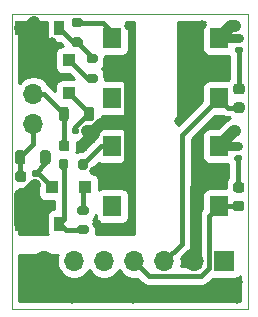
<source format=gbr>
%TF.GenerationSoftware,KiCad,Pcbnew,(5.1.8-0-10_14)*%
%TF.CreationDate,2020-11-27T11:31:21+01:00*%
%TF.ProjectId,Opto-Tacho,4f70746f-2d54-4616-9368-6f2e6b696361,rev?*%
%TF.SameCoordinates,Original*%
%TF.FileFunction,Copper,L1,Top*%
%TF.FilePolarity,Positive*%
%FSLAX46Y46*%
G04 Gerber Fmt 4.6, Leading zero omitted, Abs format (unit mm)*
G04 Created by KiCad (PCBNEW (5.1.8-0-10_14)) date 2020-11-27 11:31:21*
%MOMM*%
%LPD*%
G01*
G04 APERTURE LIST*
%TA.AperFunction,Profile*%
%ADD10C,0.050000*%
%TD*%
%TA.AperFunction,ComponentPad*%
%ADD11O,1.700000X1.700000*%
%TD*%
%TA.AperFunction,ComponentPad*%
%ADD12R,1.700000X1.700000*%
%TD*%
%TA.AperFunction,SMDPad,CuDef*%
%ADD13R,1.520000X1.780000*%
%TD*%
%TA.AperFunction,SMDPad,CuDef*%
%ADD14R,1.100000X1.100000*%
%TD*%
%TA.AperFunction,SMDPad,CuDef*%
%ADD15R,0.900000X1.200000*%
%TD*%
%TA.AperFunction,ViaPad*%
%ADD16C,1.000000*%
%TD*%
%TA.AperFunction,ViaPad*%
%ADD17C,0.800000*%
%TD*%
%TA.AperFunction,Conductor*%
%ADD18C,0.800000*%
%TD*%
%TA.AperFunction,Conductor*%
%ADD19C,1.000000*%
%TD*%
%TA.AperFunction,Conductor*%
%ADD20C,0.400000*%
%TD*%
%TA.AperFunction,Conductor*%
%ADD21C,0.254000*%
%TD*%
%TA.AperFunction,Conductor*%
%ADD22C,0.100000*%
%TD*%
G04 APERTURE END LIST*
D10*
X120000000Y-93000000D02*
X120000000Y-90000000D01*
X120000000Y-68000000D02*
X120000000Y-90000000D01*
X140000000Y-68000000D02*
X120000000Y-68000000D01*
X140000000Y-93000000D02*
X140000000Y-68000000D01*
X120000000Y-93000000D02*
X140000000Y-93000000D01*
D11*
%TO.P,J901,3*%
%TO.N,/ISO_IN_2*%
X121850000Y-77305000D03*
%TO.P,J901,2*%
%TO.N,/ISO_IN_1*%
X121850000Y-74765000D03*
D12*
%TO.P,J901,1*%
%TO.N,/ISO_GND*%
X121850000Y-72225000D03*
%TD*%
D13*
%TO.P,U102,6*%
%TO.N,+3V3*%
X137545000Y-79200000D03*
%TO.P,U102,5*%
%TO.N,GND*%
X137545000Y-81740000D03*
%TO.P,U102,4*%
%TO.N,/GPIO_2*%
X137545000Y-84280000D03*
%TO.P,U102,3*%
%TO.N,N/C*%
X128525000Y-84280000D03*
%TO.P,U102,2*%
%TO.N,/ISO_GND*%
X128525000Y-81740000D03*
%TO.P,U102,1*%
%TO.N,Net-(R105-Pad2)*%
X128525000Y-79200000D03*
%TD*%
%TO.P,R106,2*%
%TO.N,Net-(D105-Pad1)*%
%TA.AperFunction,SMDPad,CuDef*%
G36*
G01*
X125775000Y-85875000D02*
X126325000Y-85875000D01*
G75*
G02*
X126525000Y-86075000I0J-200000D01*
G01*
X126525000Y-86475000D01*
G75*
G02*
X126325000Y-86675000I-200000J0D01*
G01*
X125775000Y-86675000D01*
G75*
G02*
X125575000Y-86475000I0J200000D01*
G01*
X125575000Y-86075000D01*
G75*
G02*
X125775000Y-85875000I200000J0D01*
G01*
G37*
%TD.AperFunction*%
%TO.P,R106,1*%
%TO.N,Net-(D106-Pad1)*%
%TA.AperFunction,SMDPad,CuDef*%
G36*
G01*
X125775000Y-84225000D02*
X126325000Y-84225000D01*
G75*
G02*
X126525000Y-84425000I0J-200000D01*
G01*
X126525000Y-84825000D01*
G75*
G02*
X126325000Y-85025000I-200000J0D01*
G01*
X125775000Y-85025000D01*
G75*
G02*
X125575000Y-84825000I0J200000D01*
G01*
X125575000Y-84425000D01*
G75*
G02*
X125775000Y-84225000I200000J0D01*
G01*
G37*
%TD.AperFunction*%
%TD*%
%TO.P,R105,2*%
%TO.N,Net-(R105-Pad2)*%
%TA.AperFunction,SMDPad,CuDef*%
G36*
G01*
X125650000Y-81000000D02*
X125650000Y-80450000D01*
G75*
G02*
X125850000Y-80250000I200000J0D01*
G01*
X126250000Y-80250000D01*
G75*
G02*
X126450000Y-80450000I0J-200000D01*
G01*
X126450000Y-81000000D01*
G75*
G02*
X126250000Y-81200000I-200000J0D01*
G01*
X125850000Y-81200000D01*
G75*
G02*
X125650000Y-81000000I0J200000D01*
G01*
G37*
%TD.AperFunction*%
%TO.P,R105,1*%
%TO.N,Net-(D105-Pad1)*%
%TA.AperFunction,SMDPad,CuDef*%
G36*
G01*
X124000000Y-81000000D02*
X124000000Y-80450000D01*
G75*
G02*
X124200000Y-80250000I200000J0D01*
G01*
X124600000Y-80250000D01*
G75*
G02*
X124800000Y-80450000I0J-200000D01*
G01*
X124800000Y-81000000D01*
G75*
G02*
X124600000Y-81200000I-200000J0D01*
G01*
X124200000Y-81200000D01*
G75*
G02*
X124000000Y-81000000I0J200000D01*
G01*
G37*
%TD.AperFunction*%
%TD*%
%TO.P,R104,2*%
%TO.N,Net-(D104-Pad2)*%
%TA.AperFunction,SMDPad,CuDef*%
G36*
G01*
X138990000Y-79965000D02*
X139360000Y-79965000D01*
G75*
G02*
X139495000Y-80100000I0J-135000D01*
G01*
X139495000Y-80370000D01*
G75*
G02*
X139360000Y-80505000I-135000J0D01*
G01*
X138990000Y-80505000D01*
G75*
G02*
X138855000Y-80370000I0J135000D01*
G01*
X138855000Y-80100000D01*
G75*
G02*
X138990000Y-79965000I135000J0D01*
G01*
G37*
%TD.AperFunction*%
%TO.P,R104,1*%
%TO.N,+3V3*%
%TA.AperFunction,SMDPad,CuDef*%
G36*
G01*
X138990000Y-78945000D02*
X139360000Y-78945000D01*
G75*
G02*
X139495000Y-79080000I0J-135000D01*
G01*
X139495000Y-79350000D01*
G75*
G02*
X139360000Y-79485000I-135000J0D01*
G01*
X138990000Y-79485000D01*
G75*
G02*
X138855000Y-79350000I0J135000D01*
G01*
X138855000Y-79080000D01*
G75*
G02*
X138990000Y-78945000I135000J0D01*
G01*
G37*
%TD.AperFunction*%
%TD*%
%TO.P,FB102,2*%
%TO.N,Net-(C103-Pad1)*%
%TA.AperFunction,SMDPad,CuDef*%
G36*
G01*
X122425000Y-80531250D02*
X122425000Y-79768750D01*
G75*
G02*
X122643750Y-79550000I218750J0D01*
G01*
X123081250Y-79550000D01*
G75*
G02*
X123300000Y-79768750I0J-218750D01*
G01*
X123300000Y-80531250D01*
G75*
G02*
X123081250Y-80750000I-218750J0D01*
G01*
X122643750Y-80750000D01*
G75*
G02*
X122425000Y-80531250I0J218750D01*
G01*
G37*
%TD.AperFunction*%
%TO.P,FB102,1*%
%TO.N,/ISO_IN_2*%
%TA.AperFunction,SMDPad,CuDef*%
G36*
G01*
X120300000Y-80531250D02*
X120300000Y-79768750D01*
G75*
G02*
X120518750Y-79550000I218750J0D01*
G01*
X120956250Y-79550000D01*
G75*
G02*
X121175000Y-79768750I0J-218750D01*
G01*
X121175000Y-80531250D01*
G75*
G02*
X120956250Y-80750000I-218750J0D01*
G01*
X120518750Y-80750000D01*
G75*
G02*
X120300000Y-80531250I0J218750D01*
G01*
G37*
%TD.AperFunction*%
%TD*%
D14*
%TO.P,D106,2*%
%TO.N,Net-(C103-Pad1)*%
X123400000Y-82675000D03*
%TO.P,D106,1*%
%TO.N,Net-(D106-Pad1)*%
X126200000Y-82675000D03*
%TD*%
D15*
%TO.P,D105,2*%
%TO.N,/ISO_GND*%
X120750000Y-85750000D03*
%TO.P,D105,1*%
%TO.N,Net-(D105-Pad1)*%
X124050000Y-85750000D03*
%TD*%
%TO.P,D104,2*%
%TO.N,Net-(D104-Pad2)*%
%TA.AperFunction,SMDPad,CuDef*%
G36*
G01*
X139481250Y-83125000D02*
X138968750Y-83125000D01*
G75*
G02*
X138750000Y-82906250I0J218750D01*
G01*
X138750000Y-82468750D01*
G75*
G02*
X138968750Y-82250000I218750J0D01*
G01*
X139481250Y-82250000D01*
G75*
G02*
X139700000Y-82468750I0J-218750D01*
G01*
X139700000Y-82906250D01*
G75*
G02*
X139481250Y-83125000I-218750J0D01*
G01*
G37*
%TD.AperFunction*%
%TO.P,D104,1*%
%TO.N,/GPIO_2*%
%TA.AperFunction,SMDPad,CuDef*%
G36*
G01*
X139481250Y-84700000D02*
X138968750Y-84700000D01*
G75*
G02*
X138750000Y-84481250I0J218750D01*
G01*
X138750000Y-84043750D01*
G75*
G02*
X138968750Y-83825000I218750J0D01*
G01*
X139481250Y-83825000D01*
G75*
G02*
X139700000Y-84043750I0J-218750D01*
G01*
X139700000Y-84481250D01*
G75*
G02*
X139481250Y-84700000I-218750J0D01*
G01*
G37*
%TD.AperFunction*%
%TD*%
%TO.P,C104,2*%
%TO.N,/ISO_GND*%
%TA.AperFunction,SMDPad,CuDef*%
G36*
G01*
X120525000Y-82875000D02*
X121025000Y-82875000D01*
G75*
G02*
X121250000Y-83100000I0J-225000D01*
G01*
X121250000Y-83550000D01*
G75*
G02*
X121025000Y-83775000I-225000J0D01*
G01*
X120525000Y-83775000D01*
G75*
G02*
X120300000Y-83550000I0J225000D01*
G01*
X120300000Y-83100000D01*
G75*
G02*
X120525000Y-82875000I225000J0D01*
G01*
G37*
%TD.AperFunction*%
%TO.P,C104,1*%
%TO.N,/ISO_IN_2*%
%TA.AperFunction,SMDPad,CuDef*%
G36*
G01*
X120525000Y-81325000D02*
X121025000Y-81325000D01*
G75*
G02*
X121250000Y-81550000I0J-225000D01*
G01*
X121250000Y-82000000D01*
G75*
G02*
X121025000Y-82225000I-225000J0D01*
G01*
X120525000Y-82225000D01*
G75*
G02*
X120300000Y-82000000I0J225000D01*
G01*
X120300000Y-81550000D01*
G75*
G02*
X120525000Y-81325000I225000J0D01*
G01*
G37*
%TD.AperFunction*%
%TD*%
%TO.P,C103,2*%
%TO.N,/ISO_GND*%
%TA.AperFunction,SMDPad,CuDef*%
G36*
G01*
X121855000Y-82175000D02*
X122195000Y-82175000D01*
G75*
G02*
X122335000Y-82315000I0J-140000D01*
G01*
X122335000Y-82595000D01*
G75*
G02*
X122195000Y-82735000I-140000J0D01*
G01*
X121855000Y-82735000D01*
G75*
G02*
X121715000Y-82595000I0J140000D01*
G01*
X121715000Y-82315000D01*
G75*
G02*
X121855000Y-82175000I140000J0D01*
G01*
G37*
%TD.AperFunction*%
%TO.P,C103,1*%
%TO.N,Net-(C103-Pad1)*%
%TA.AperFunction,SMDPad,CuDef*%
G36*
G01*
X121855000Y-81215000D02*
X122195000Y-81215000D01*
G75*
G02*
X122335000Y-81355000I0J-140000D01*
G01*
X122335000Y-81635000D01*
G75*
G02*
X122195000Y-81775000I-140000J0D01*
G01*
X121855000Y-81775000D01*
G75*
G02*
X121715000Y-81635000I0J140000D01*
G01*
X121715000Y-81355000D01*
G75*
G02*
X121855000Y-81215000I140000J0D01*
G01*
G37*
%TD.AperFunction*%
%TD*%
D13*
%TO.P,U101,6*%
%TO.N,+3V3*%
X137545000Y-70050000D03*
%TO.P,U101,5*%
%TO.N,GND*%
X137545000Y-72590000D03*
%TO.P,U101,4*%
%TO.N,/GPIO_1*%
X137545000Y-75130000D03*
%TO.P,U101,3*%
%TO.N,N/C*%
X128525000Y-75130000D03*
%TO.P,U101,2*%
%TO.N,/ISO_GND*%
X128525000Y-72590000D03*
%TO.P,U101,1*%
%TO.N,Net-(R102-Pad2)*%
X128525000Y-70050000D03*
%TD*%
%TO.P,R103,2*%
%TO.N,Net-(D102-Pad1)*%
%TA.AperFunction,SMDPad,CuDef*%
G36*
G01*
X127100000Y-72200000D02*
X126550000Y-72200000D01*
G75*
G02*
X126350000Y-72000000I0J200000D01*
G01*
X126350000Y-71600000D01*
G75*
G02*
X126550000Y-71400000I200000J0D01*
G01*
X127100000Y-71400000D01*
G75*
G02*
X127300000Y-71600000I0J-200000D01*
G01*
X127300000Y-72000000D01*
G75*
G02*
X127100000Y-72200000I-200000J0D01*
G01*
G37*
%TD.AperFunction*%
%TO.P,R103,1*%
%TO.N,Net-(D103-Pad1)*%
%TA.AperFunction,SMDPad,CuDef*%
G36*
G01*
X127100000Y-73850000D02*
X126550000Y-73850000D01*
G75*
G02*
X126350000Y-73650000I0J200000D01*
G01*
X126350000Y-73250000D01*
G75*
G02*
X126550000Y-73050000I200000J0D01*
G01*
X127100000Y-73050000D01*
G75*
G02*
X127300000Y-73250000I0J-200000D01*
G01*
X127300000Y-73650000D01*
G75*
G02*
X127100000Y-73850000I-200000J0D01*
G01*
G37*
%TD.AperFunction*%
%TD*%
%TO.P,R102,2*%
%TO.N,Net-(R102-Pad2)*%
%TA.AperFunction,SMDPad,CuDef*%
G36*
G01*
X125825000Y-69150000D02*
X125275000Y-69150000D01*
G75*
G02*
X125075000Y-68950000I0J200000D01*
G01*
X125075000Y-68550000D01*
G75*
G02*
X125275000Y-68350000I200000J0D01*
G01*
X125825000Y-68350000D01*
G75*
G02*
X126025000Y-68550000I0J-200000D01*
G01*
X126025000Y-68950000D01*
G75*
G02*
X125825000Y-69150000I-200000J0D01*
G01*
G37*
%TD.AperFunction*%
%TO.P,R102,1*%
%TO.N,Net-(D102-Pad1)*%
%TA.AperFunction,SMDPad,CuDef*%
G36*
G01*
X125825000Y-70800000D02*
X125275000Y-70800000D01*
G75*
G02*
X125075000Y-70600000I0J200000D01*
G01*
X125075000Y-70200000D01*
G75*
G02*
X125275000Y-70000000I200000J0D01*
G01*
X125825000Y-70000000D01*
G75*
G02*
X126025000Y-70200000I0J-200000D01*
G01*
X126025000Y-70600000D01*
G75*
G02*
X125825000Y-70800000I-200000J0D01*
G01*
G37*
%TD.AperFunction*%
%TD*%
%TO.P,R101,2*%
%TO.N,Net-(D101-Pad2)*%
%TA.AperFunction,SMDPad,CuDef*%
G36*
G01*
X139090000Y-70790000D02*
X139460000Y-70790000D01*
G75*
G02*
X139595000Y-70925000I0J-135000D01*
G01*
X139595000Y-71195000D01*
G75*
G02*
X139460000Y-71330000I-135000J0D01*
G01*
X139090000Y-71330000D01*
G75*
G02*
X138955000Y-71195000I0J135000D01*
G01*
X138955000Y-70925000D01*
G75*
G02*
X139090000Y-70790000I135000J0D01*
G01*
G37*
%TD.AperFunction*%
%TO.P,R101,1*%
%TO.N,+3V3*%
%TA.AperFunction,SMDPad,CuDef*%
G36*
G01*
X139090000Y-69770000D02*
X139460000Y-69770000D01*
G75*
G02*
X139595000Y-69905000I0J-135000D01*
G01*
X139595000Y-70175000D01*
G75*
G02*
X139460000Y-70310000I-135000J0D01*
G01*
X139090000Y-70310000D01*
G75*
G02*
X138955000Y-70175000I0J135000D01*
G01*
X138955000Y-69905000D01*
G75*
G02*
X139090000Y-69770000I135000J0D01*
G01*
G37*
%TD.AperFunction*%
%TD*%
%TO.P,FB101,2*%
%TO.N,Net-(C101-Pad1)*%
%TA.AperFunction,SMDPad,CuDef*%
G36*
G01*
X126100000Y-76856250D02*
X126100000Y-76093750D01*
G75*
G02*
X126318750Y-75875000I218750J0D01*
G01*
X126756250Y-75875000D01*
G75*
G02*
X126975000Y-76093750I0J-218750D01*
G01*
X126975000Y-76856250D01*
G75*
G02*
X126756250Y-77075000I-218750J0D01*
G01*
X126318750Y-77075000D01*
G75*
G02*
X126100000Y-76856250I0J218750D01*
G01*
G37*
%TD.AperFunction*%
%TO.P,FB101,1*%
%TO.N,/ISO_IN_1*%
%TA.AperFunction,SMDPad,CuDef*%
G36*
G01*
X123975000Y-76856250D02*
X123975000Y-76093750D01*
G75*
G02*
X124193750Y-75875000I218750J0D01*
G01*
X124631250Y-75875000D01*
G75*
G02*
X124850000Y-76093750I0J-218750D01*
G01*
X124850000Y-76856250D01*
G75*
G02*
X124631250Y-77075000I-218750J0D01*
G01*
X124193750Y-77075000D01*
G75*
G02*
X123975000Y-76856250I0J218750D01*
G01*
G37*
%TD.AperFunction*%
%TD*%
D14*
%TO.P,D103,2*%
%TO.N,Net-(C101-Pad1)*%
X124875000Y-74725000D03*
%TO.P,D103,1*%
%TO.N,Net-(D103-Pad1)*%
X124875000Y-71925000D03*
%TD*%
D15*
%TO.P,D102,2*%
%TO.N,/ISO_GND*%
X120750000Y-69225000D03*
%TO.P,D102,1*%
%TO.N,Net-(D102-Pad1)*%
X124050000Y-69225000D03*
%TD*%
%TO.P,D101,2*%
%TO.N,Net-(D101-Pad2)*%
%TA.AperFunction,SMDPad,CuDef*%
G36*
G01*
X139506250Y-74800000D02*
X138993750Y-74800000D01*
G75*
G02*
X138775000Y-74581250I0J218750D01*
G01*
X138775000Y-74143750D01*
G75*
G02*
X138993750Y-73925000I218750J0D01*
G01*
X139506250Y-73925000D01*
G75*
G02*
X139725000Y-74143750I0J-218750D01*
G01*
X139725000Y-74581250D01*
G75*
G02*
X139506250Y-74800000I-218750J0D01*
G01*
G37*
%TD.AperFunction*%
%TO.P,D101,1*%
%TO.N,/GPIO_1*%
%TA.AperFunction,SMDPad,CuDef*%
G36*
G01*
X139506250Y-76375000D02*
X138993750Y-76375000D01*
G75*
G02*
X138775000Y-76156250I0J218750D01*
G01*
X138775000Y-75718750D01*
G75*
G02*
X138993750Y-75500000I218750J0D01*
G01*
X139506250Y-75500000D01*
G75*
G02*
X139725000Y-75718750I0J-218750D01*
G01*
X139725000Y-76156250D01*
G75*
G02*
X139506250Y-76375000I-218750J0D01*
G01*
G37*
%TD.AperFunction*%
%TD*%
%TO.P,C102,2*%
%TO.N,/ISO_GND*%
%TA.AperFunction,SMDPad,CuDef*%
G36*
G01*
X125550000Y-79425000D02*
X125550000Y-78925000D01*
G75*
G02*
X125775000Y-78700000I225000J0D01*
G01*
X126225000Y-78700000D01*
G75*
G02*
X126450000Y-78925000I0J-225000D01*
G01*
X126450000Y-79425000D01*
G75*
G02*
X126225000Y-79650000I-225000J0D01*
G01*
X125775000Y-79650000D01*
G75*
G02*
X125550000Y-79425000I0J225000D01*
G01*
G37*
%TD.AperFunction*%
%TO.P,C102,1*%
%TO.N,/ISO_IN_1*%
%TA.AperFunction,SMDPad,CuDef*%
G36*
G01*
X124000000Y-79425000D02*
X124000000Y-78925000D01*
G75*
G02*
X124225000Y-78700000I225000J0D01*
G01*
X124675000Y-78700000D01*
G75*
G02*
X124900000Y-78925000I0J-225000D01*
G01*
X124900000Y-79425000D01*
G75*
G02*
X124675000Y-79650000I-225000J0D01*
G01*
X124225000Y-79650000D01*
G75*
G02*
X124000000Y-79425000I0J225000D01*
G01*
G37*
%TD.AperFunction*%
%TD*%
%TO.P,C101,2*%
%TO.N,/ISO_GND*%
%TA.AperFunction,SMDPad,CuDef*%
G36*
G01*
X126075000Y-78070000D02*
X126075000Y-77730000D01*
G75*
G02*
X126215000Y-77590000I140000J0D01*
G01*
X126495000Y-77590000D01*
G75*
G02*
X126635000Y-77730000I0J-140000D01*
G01*
X126635000Y-78070000D01*
G75*
G02*
X126495000Y-78210000I-140000J0D01*
G01*
X126215000Y-78210000D01*
G75*
G02*
X126075000Y-78070000I0J140000D01*
G01*
G37*
%TD.AperFunction*%
%TO.P,C101,1*%
%TO.N,Net-(C101-Pad1)*%
%TA.AperFunction,SMDPad,CuDef*%
G36*
G01*
X125115000Y-78070000D02*
X125115000Y-77730000D01*
G75*
G02*
X125255000Y-77590000I140000J0D01*
G01*
X125535000Y-77590000D01*
G75*
G02*
X125675000Y-77730000I0J-140000D01*
G01*
X125675000Y-78070000D01*
G75*
G02*
X125535000Y-78210000I-140000J0D01*
G01*
X125255000Y-78210000D01*
G75*
G02*
X125115000Y-78070000I0J140000D01*
G01*
G37*
%TD.AperFunction*%
%TD*%
D11*
%TO.P,J101,7*%
%TO.N,GND*%
X122760000Y-88950000D03*
%TO.P,J101,6*%
%TO.N,N/C*%
X125300000Y-88950000D03*
%TO.P,J101,5*%
X127840000Y-88950000D03*
%TO.P,J101,4*%
%TO.N,/GPIO_2*%
X130380000Y-88950000D03*
%TO.P,J101,3*%
%TO.N,/GPIO_1*%
X132920000Y-88950000D03*
%TO.P,J101,2*%
%TO.N,GND*%
X135460000Y-88950000D03*
D12*
%TO.P,J101,1*%
%TO.N,+3V3*%
X138000000Y-88950000D03*
%TD*%
D16*
%TO.N,GND*%
X136000000Y-72700000D03*
D17*
X121000000Y-88800000D03*
X121000000Y-92000000D03*
X125100000Y-92100000D03*
X130300000Y-92100000D03*
X135400000Y-92000000D03*
X139100000Y-92100000D03*
X139200000Y-90700000D03*
X134400000Y-69000000D03*
X136100000Y-68900000D03*
X134200000Y-77100000D03*
D16*
%TO.N,/ISO_GND*%
X121950000Y-83575000D03*
X127650000Y-77425000D03*
X129875000Y-73625000D03*
X129925000Y-80900000D03*
X121925000Y-68725000D03*
D17*
X122400000Y-86400000D03*
X129800000Y-86200000D03*
X127000000Y-81300000D03*
X123400000Y-70400000D03*
X127200000Y-85800000D03*
X129900000Y-69000000D03*
D16*
%TO.N,+3V3*%
X138900000Y-77900000D03*
D17*
X138950000Y-69050000D03*
%TD*%
D18*
%TO.N,GND*%
X137545000Y-81740000D02*
X136360000Y-81740000D01*
X135460000Y-82640000D02*
X135460000Y-88950000D01*
X136360000Y-81740000D02*
X135460000Y-82640000D01*
D19*
X136110000Y-72590000D02*
X136000000Y-72700000D01*
X137545000Y-72590000D02*
X136110000Y-72590000D01*
%TO.N,/ISO_GND*%
X120750000Y-83350000D02*
X120775000Y-83325000D01*
X120750000Y-85750000D02*
X120750000Y-83350000D01*
X121155000Y-83325000D02*
X121966097Y-82513903D01*
X120775000Y-83325000D02*
X121155000Y-83325000D01*
X128895002Y-81740000D02*
X128525000Y-81740000D01*
X129985001Y-80650001D02*
X128895002Y-81740000D01*
X128895002Y-72590000D02*
X129985001Y-73679999D01*
X128525000Y-72590000D02*
X128895002Y-72590000D01*
X121850000Y-70325000D02*
X120750000Y-69225000D01*
X121850000Y-72225000D02*
X121850000Y-70325000D01*
X121700000Y-83325000D02*
X121950000Y-83575000D01*
X120775000Y-83325000D02*
X121700000Y-83325000D01*
X127011826Y-77900000D02*
X126375010Y-77900000D01*
X127551825Y-77360001D02*
X127011826Y-77900000D01*
X129985001Y-73679999D02*
X129985001Y-77360001D01*
X129985001Y-77360001D02*
X127551825Y-77360001D01*
X129985001Y-77360001D02*
X129985001Y-80650001D01*
X127011826Y-78163174D02*
X126000000Y-79175000D01*
X127011826Y-77900000D02*
X127011826Y-78163174D01*
X121425000Y-69225000D02*
X121925000Y-68725000D01*
X120750000Y-69225000D02*
X121425000Y-69225000D01*
D20*
%TO.N,Net-(C101-Pad1)*%
X126537500Y-76387500D02*
X124875000Y-74725000D01*
X126537500Y-76475000D02*
X126537500Y-76387500D01*
X125395000Y-77590000D02*
X126510000Y-76475000D01*
X126510000Y-76475000D02*
X126537500Y-76475000D01*
X125395000Y-77900000D02*
X125395000Y-77590000D01*
%TO.N,/ISO_IN_1*%
X122702500Y-74765000D02*
X124412500Y-76475000D01*
X121850000Y-74765000D02*
X122702500Y-74765000D01*
X124412500Y-79137500D02*
X124450000Y-79175000D01*
X124412500Y-76475000D02*
X124412500Y-79137500D01*
%TO.N,Net-(D101-Pad2)*%
X139275000Y-74337500D02*
X139250000Y-74362500D01*
X139275000Y-71060000D02*
X139275000Y-74337500D01*
%TO.N,/GPIO_1*%
X138352500Y-75937500D02*
X137545000Y-75130000D01*
X139250000Y-75937500D02*
X138352500Y-75937500D01*
X132920000Y-88950000D02*
X134400000Y-87470000D01*
X134400000Y-78275000D02*
X137545000Y-75130000D01*
X134400000Y-87470000D02*
X134400000Y-78275000D01*
%TO.N,Net-(D102-Pad1)*%
X126825000Y-71675000D02*
X125550000Y-70400000D01*
X126825000Y-71800000D02*
X126825000Y-71675000D01*
X125225000Y-70400000D02*
X124050000Y-69225000D01*
X125550000Y-70400000D02*
X125225000Y-70400000D01*
%TO.N,Net-(D103-Pad1)*%
X126400000Y-73450000D02*
X124875000Y-71925000D01*
X126825000Y-73450000D02*
X126400000Y-73450000D01*
%TO.N,Net-(D104-Pad2)*%
X139175000Y-82637500D02*
X139225000Y-82687500D01*
X139175000Y-80235000D02*
X139175000Y-82637500D01*
%TO.N,/GPIO_2*%
X137562500Y-84262500D02*
X137545000Y-84280000D01*
X139225000Y-84262500D02*
X137562500Y-84262500D01*
X131630001Y-90200001D02*
X130380000Y-88950000D01*
X136060001Y-90200001D02*
X131630001Y-90200001D01*
X136749999Y-85075001D02*
X136749999Y-89510003D01*
X136749999Y-89510003D02*
X136060001Y-90200001D01*
X137545000Y-84280000D02*
X136749999Y-85075001D01*
D18*
%TO.N,+3V3*%
X139160000Y-79200000D02*
X139175000Y-79215000D01*
X137545000Y-79200000D02*
X139160000Y-79200000D01*
X137545000Y-70050000D02*
X138700000Y-70050000D01*
X138710000Y-70040000D02*
X139275000Y-70040000D01*
X138700000Y-70050000D02*
X138710000Y-70040000D01*
D19*
X138845000Y-77900000D02*
X137545000Y-79200000D01*
X138900000Y-77900000D02*
X138845000Y-77900000D01*
X138545000Y-69050000D02*
X137545000Y-70050000D01*
X138950000Y-69050000D02*
X138545000Y-69050000D01*
D20*
%TO.N,/ISO_IN_2*%
X121850000Y-79037500D02*
X120737500Y-80150000D01*
X121850000Y-77305000D02*
X121850000Y-79037500D01*
X120737500Y-81737500D02*
X120775000Y-81775000D01*
X120737500Y-80150000D02*
X120737500Y-81737500D01*
%TO.N,Net-(R102-Pad2)*%
X125550000Y-68750000D02*
X127700000Y-68750000D01*
X128525000Y-69575000D02*
X128525000Y-70050000D01*
X127700000Y-68750000D02*
X128525000Y-69575000D01*
%TO.N,Net-(C103-Pad1)*%
X122220000Y-81495000D02*
X123400000Y-82675000D01*
X122025000Y-81495000D02*
X122220000Y-81495000D01*
X122862500Y-80657500D02*
X122025000Y-81495000D01*
X122862500Y-80150000D02*
X122862500Y-80657500D01*
%TO.N,Net-(D105-Pad1)*%
X124575000Y-86275000D02*
X124050000Y-85750000D01*
X126050000Y-86275000D02*
X124575000Y-86275000D01*
X124400000Y-85400000D02*
X124050000Y-85750000D01*
X124400000Y-80725000D02*
X124400000Y-85400000D01*
%TO.N,Net-(D106-Pad1)*%
X126050000Y-82825000D02*
X126200000Y-82675000D01*
X126050000Y-84625000D02*
X126050000Y-82825000D01*
%TO.N,Net-(R105-Pad2)*%
X127575000Y-79200000D02*
X126050000Y-80725000D01*
X128525000Y-79200000D02*
X127575000Y-79200000D01*
%TD*%
D21*
%TO.N,/ISO_GND*%
X121855000Y-82413072D02*
X121957205Y-82413072D01*
X122211928Y-82667795D01*
X122211928Y-83225000D01*
X122224188Y-83349482D01*
X122260498Y-83469180D01*
X122319463Y-83579494D01*
X122398815Y-83676185D01*
X122495506Y-83755537D01*
X122605820Y-83814502D01*
X122725518Y-83850812D01*
X122850000Y-83863072D01*
X123565001Y-83863072D01*
X123565001Y-84515375D01*
X123475518Y-84524188D01*
X123355820Y-84560498D01*
X123245506Y-84619463D01*
X123148815Y-84698815D01*
X123069463Y-84795506D01*
X123010498Y-84905820D01*
X122974188Y-85025518D01*
X122961928Y-85150000D01*
X122961928Y-86350000D01*
X122974188Y-86474482D01*
X123010498Y-86594180D01*
X123052629Y-86673000D01*
X120660000Y-86673000D01*
X120660000Y-82863072D01*
X121025000Y-82863072D01*
X121193377Y-82846488D01*
X121355283Y-82797375D01*
X121504497Y-82717618D01*
X121635284Y-82610284D01*
X121742618Y-82479497D01*
X121781968Y-82405879D01*
X121855000Y-82413072D01*
%TA.AperFunction,Conductor*%
D22*
G36*
X121855000Y-82413072D02*
G01*
X121957205Y-82413072D01*
X122211928Y-82667795D01*
X122211928Y-83225000D01*
X122224188Y-83349482D01*
X122260498Y-83469180D01*
X122319463Y-83579494D01*
X122398815Y-83676185D01*
X122495506Y-83755537D01*
X122605820Y-83814502D01*
X122725518Y-83850812D01*
X122850000Y-83863072D01*
X123565001Y-83863072D01*
X123565001Y-84515375D01*
X123475518Y-84524188D01*
X123355820Y-84560498D01*
X123245506Y-84619463D01*
X123148815Y-84698815D01*
X123069463Y-84795506D01*
X123010498Y-84905820D01*
X122974188Y-85025518D01*
X122961928Y-85150000D01*
X122961928Y-86350000D01*
X122974188Y-86474482D01*
X123010498Y-86594180D01*
X123052629Y-86673000D01*
X120660000Y-86673000D01*
X120660000Y-82863072D01*
X121025000Y-82863072D01*
X121193377Y-82846488D01*
X121355283Y-82797375D01*
X121504497Y-82717618D01*
X121635284Y-82610284D01*
X121742618Y-82479497D01*
X121781968Y-82405879D01*
X121855000Y-82413072D01*
G37*
%TD.AperFunction*%
D21*
X130373000Y-86673000D02*
X127136504Y-86673000D01*
X127146969Y-86638500D01*
X127163072Y-86475000D01*
X127163072Y-86075000D01*
X127146969Y-85911500D01*
X127099278Y-85754284D01*
X127021831Y-85609392D01*
X126917606Y-85482394D01*
X126878134Y-85450000D01*
X126917606Y-85417606D01*
X127021831Y-85290608D01*
X127099278Y-85145716D01*
X127126928Y-85054566D01*
X127126928Y-85170000D01*
X127139188Y-85294482D01*
X127175498Y-85414180D01*
X127234463Y-85524494D01*
X127313815Y-85621185D01*
X127410506Y-85700537D01*
X127520820Y-85759502D01*
X127640518Y-85795812D01*
X127765000Y-85808072D01*
X129285000Y-85808072D01*
X129409482Y-85795812D01*
X129529180Y-85759502D01*
X129639494Y-85700537D01*
X129736185Y-85621185D01*
X129815537Y-85524494D01*
X129874502Y-85414180D01*
X129910812Y-85294482D01*
X129923072Y-85170000D01*
X129923072Y-83390000D01*
X129910812Y-83265518D01*
X129874502Y-83145820D01*
X129815537Y-83035506D01*
X129736185Y-82938815D01*
X129639494Y-82859463D01*
X129529180Y-82800498D01*
X129409482Y-82764188D01*
X129285000Y-82751928D01*
X127765000Y-82751928D01*
X127640518Y-82764188D01*
X127520820Y-82800498D01*
X127410506Y-82859463D01*
X127388072Y-82877874D01*
X127388072Y-82125000D01*
X127375812Y-82000518D01*
X127339502Y-81880820D01*
X127280537Y-81770506D01*
X127201185Y-81673815D01*
X127104494Y-81594463D01*
X126994180Y-81535498D01*
X126910344Y-81510067D01*
X126946831Y-81465608D01*
X127024278Y-81320716D01*
X127071969Y-81163500D01*
X127088072Y-81000000D01*
X127088072Y-80867796D01*
X127369216Y-80586652D01*
X127410506Y-80620537D01*
X127520820Y-80679502D01*
X127640518Y-80715812D01*
X127765000Y-80728072D01*
X129285000Y-80728072D01*
X129409482Y-80715812D01*
X129529180Y-80679502D01*
X129639494Y-80620537D01*
X129736185Y-80541185D01*
X129815537Y-80444494D01*
X129874502Y-80334180D01*
X129910812Y-80214482D01*
X129923072Y-80090000D01*
X129923072Y-78310000D01*
X129910812Y-78185518D01*
X129874502Y-78065820D01*
X129815537Y-77955506D01*
X129736185Y-77858815D01*
X129639494Y-77779463D01*
X129529180Y-77720498D01*
X129409482Y-77684188D01*
X129285000Y-77671928D01*
X127765000Y-77671928D01*
X127640518Y-77684188D01*
X127520820Y-77720498D01*
X127410506Y-77779463D01*
X127313815Y-77858815D01*
X127234463Y-77955506D01*
X127175498Y-78065820D01*
X127139188Y-78185518D01*
X127126928Y-78310000D01*
X127126928Y-78492703D01*
X127108854Y-78502364D01*
X126981709Y-78606709D01*
X126955563Y-78638568D01*
X125982204Y-79611928D01*
X125850000Y-79611928D01*
X125686500Y-79628031D01*
X125529284Y-79675722D01*
X125490167Y-79696631D01*
X125521488Y-79593377D01*
X125538072Y-79425000D01*
X125538072Y-78925000D01*
X125530495Y-78848072D01*
X125535000Y-78848072D01*
X125686794Y-78833122D01*
X125832755Y-78788845D01*
X125967274Y-78716943D01*
X126085180Y-78620180D01*
X126181943Y-78502274D01*
X126253845Y-78367755D01*
X126298122Y-78221794D01*
X126313072Y-78070000D01*
X126313072Y-77852795D01*
X126452795Y-77713072D01*
X126756250Y-77713072D01*
X126923408Y-77696608D01*
X127084142Y-77647850D01*
X127232275Y-77568671D01*
X127362115Y-77462115D01*
X127468671Y-77332275D01*
X127547850Y-77184142D01*
X127596608Y-77023408D01*
X127613072Y-76856250D01*
X127613072Y-76637486D01*
X127640518Y-76645812D01*
X127765000Y-76658072D01*
X129285000Y-76658072D01*
X129409482Y-76645812D01*
X129529180Y-76609502D01*
X129639494Y-76550537D01*
X129736185Y-76471185D01*
X129815537Y-76374494D01*
X129874502Y-76264180D01*
X129910812Y-76144482D01*
X129923072Y-76020000D01*
X129923072Y-74240000D01*
X129910812Y-74115518D01*
X129874502Y-73995820D01*
X129815537Y-73885506D01*
X129736185Y-73788815D01*
X129639494Y-73709463D01*
X129529180Y-73650498D01*
X129409482Y-73614188D01*
X129285000Y-73601928D01*
X127938072Y-73601928D01*
X127938072Y-73250000D01*
X127921969Y-73086500D01*
X127874278Y-72929284D01*
X127796831Y-72784392D01*
X127692606Y-72657394D01*
X127653134Y-72625000D01*
X127692606Y-72592606D01*
X127796831Y-72465608D01*
X127874278Y-72320716D01*
X127921969Y-72163500D01*
X127938072Y-72000000D01*
X127938072Y-71600000D01*
X127935912Y-71578072D01*
X129285000Y-71578072D01*
X129409482Y-71565812D01*
X129529180Y-71529502D01*
X129639494Y-71470537D01*
X129736185Y-71391185D01*
X129815537Y-71294494D01*
X129874502Y-71184180D01*
X129910812Y-71064482D01*
X129923072Y-70940000D01*
X129923072Y-69160000D01*
X129910812Y-69035518D01*
X129874502Y-68915820D01*
X129815537Y-68805506D01*
X129736185Y-68708815D01*
X129676704Y-68660000D01*
X130373000Y-68660000D01*
X130373000Y-86673000D01*
%TA.AperFunction,Conductor*%
D22*
G36*
X130373000Y-86673000D02*
G01*
X127136504Y-86673000D01*
X127146969Y-86638500D01*
X127163072Y-86475000D01*
X127163072Y-86075000D01*
X127146969Y-85911500D01*
X127099278Y-85754284D01*
X127021831Y-85609392D01*
X126917606Y-85482394D01*
X126878134Y-85450000D01*
X126917606Y-85417606D01*
X127021831Y-85290608D01*
X127099278Y-85145716D01*
X127126928Y-85054566D01*
X127126928Y-85170000D01*
X127139188Y-85294482D01*
X127175498Y-85414180D01*
X127234463Y-85524494D01*
X127313815Y-85621185D01*
X127410506Y-85700537D01*
X127520820Y-85759502D01*
X127640518Y-85795812D01*
X127765000Y-85808072D01*
X129285000Y-85808072D01*
X129409482Y-85795812D01*
X129529180Y-85759502D01*
X129639494Y-85700537D01*
X129736185Y-85621185D01*
X129815537Y-85524494D01*
X129874502Y-85414180D01*
X129910812Y-85294482D01*
X129923072Y-85170000D01*
X129923072Y-83390000D01*
X129910812Y-83265518D01*
X129874502Y-83145820D01*
X129815537Y-83035506D01*
X129736185Y-82938815D01*
X129639494Y-82859463D01*
X129529180Y-82800498D01*
X129409482Y-82764188D01*
X129285000Y-82751928D01*
X127765000Y-82751928D01*
X127640518Y-82764188D01*
X127520820Y-82800498D01*
X127410506Y-82859463D01*
X127388072Y-82877874D01*
X127388072Y-82125000D01*
X127375812Y-82000518D01*
X127339502Y-81880820D01*
X127280537Y-81770506D01*
X127201185Y-81673815D01*
X127104494Y-81594463D01*
X126994180Y-81535498D01*
X126910344Y-81510067D01*
X126946831Y-81465608D01*
X127024278Y-81320716D01*
X127071969Y-81163500D01*
X127088072Y-81000000D01*
X127088072Y-80867796D01*
X127369216Y-80586652D01*
X127410506Y-80620537D01*
X127520820Y-80679502D01*
X127640518Y-80715812D01*
X127765000Y-80728072D01*
X129285000Y-80728072D01*
X129409482Y-80715812D01*
X129529180Y-80679502D01*
X129639494Y-80620537D01*
X129736185Y-80541185D01*
X129815537Y-80444494D01*
X129874502Y-80334180D01*
X129910812Y-80214482D01*
X129923072Y-80090000D01*
X129923072Y-78310000D01*
X129910812Y-78185518D01*
X129874502Y-78065820D01*
X129815537Y-77955506D01*
X129736185Y-77858815D01*
X129639494Y-77779463D01*
X129529180Y-77720498D01*
X129409482Y-77684188D01*
X129285000Y-77671928D01*
X127765000Y-77671928D01*
X127640518Y-77684188D01*
X127520820Y-77720498D01*
X127410506Y-77779463D01*
X127313815Y-77858815D01*
X127234463Y-77955506D01*
X127175498Y-78065820D01*
X127139188Y-78185518D01*
X127126928Y-78310000D01*
X127126928Y-78492703D01*
X127108854Y-78502364D01*
X126981709Y-78606709D01*
X126955563Y-78638568D01*
X125982204Y-79611928D01*
X125850000Y-79611928D01*
X125686500Y-79628031D01*
X125529284Y-79675722D01*
X125490167Y-79696631D01*
X125521488Y-79593377D01*
X125538072Y-79425000D01*
X125538072Y-78925000D01*
X125530495Y-78848072D01*
X125535000Y-78848072D01*
X125686794Y-78833122D01*
X125832755Y-78788845D01*
X125967274Y-78716943D01*
X126085180Y-78620180D01*
X126181943Y-78502274D01*
X126253845Y-78367755D01*
X126298122Y-78221794D01*
X126313072Y-78070000D01*
X126313072Y-77852795D01*
X126452795Y-77713072D01*
X126756250Y-77713072D01*
X126923408Y-77696608D01*
X127084142Y-77647850D01*
X127232275Y-77568671D01*
X127362115Y-77462115D01*
X127468671Y-77332275D01*
X127547850Y-77184142D01*
X127596608Y-77023408D01*
X127613072Y-76856250D01*
X127613072Y-76637486D01*
X127640518Y-76645812D01*
X127765000Y-76658072D01*
X129285000Y-76658072D01*
X129409482Y-76645812D01*
X129529180Y-76609502D01*
X129639494Y-76550537D01*
X129736185Y-76471185D01*
X129815537Y-76374494D01*
X129874502Y-76264180D01*
X129910812Y-76144482D01*
X129923072Y-76020000D01*
X129923072Y-74240000D01*
X129910812Y-74115518D01*
X129874502Y-73995820D01*
X129815537Y-73885506D01*
X129736185Y-73788815D01*
X129639494Y-73709463D01*
X129529180Y-73650498D01*
X129409482Y-73614188D01*
X129285000Y-73601928D01*
X127938072Y-73601928D01*
X127938072Y-73250000D01*
X127921969Y-73086500D01*
X127874278Y-72929284D01*
X127796831Y-72784392D01*
X127692606Y-72657394D01*
X127653134Y-72625000D01*
X127692606Y-72592606D01*
X127796831Y-72465608D01*
X127874278Y-72320716D01*
X127921969Y-72163500D01*
X127938072Y-72000000D01*
X127938072Y-71600000D01*
X127935912Y-71578072D01*
X129285000Y-71578072D01*
X129409482Y-71565812D01*
X129529180Y-71529502D01*
X129639494Y-71470537D01*
X129736185Y-71391185D01*
X129815537Y-71294494D01*
X129874502Y-71184180D01*
X129910812Y-71064482D01*
X129923072Y-70940000D01*
X129923072Y-69160000D01*
X129910812Y-69035518D01*
X129874502Y-68915820D01*
X129815537Y-68805506D01*
X129736185Y-68708815D01*
X129676704Y-68660000D01*
X130373000Y-68660000D01*
X130373000Y-86673000D01*
G37*
%TD.AperFunction*%
D21*
X122961928Y-69825000D02*
X122974188Y-69949482D01*
X123010498Y-70069180D01*
X123069463Y-70179494D01*
X123148815Y-70276185D01*
X123245506Y-70355537D01*
X123355820Y-70414502D01*
X123475518Y-70450812D01*
X123600000Y-70463072D01*
X124107204Y-70463072D01*
X124381059Y-70736928D01*
X124325000Y-70736928D01*
X124200518Y-70749188D01*
X124080820Y-70785498D01*
X123970506Y-70844463D01*
X123873815Y-70923815D01*
X123794463Y-71020506D01*
X123735498Y-71130820D01*
X123699188Y-71250518D01*
X123686928Y-71375000D01*
X123686928Y-72475000D01*
X123699188Y-72599482D01*
X123735498Y-72719180D01*
X123794463Y-72829494D01*
X123873815Y-72926185D01*
X123970506Y-73005537D01*
X124080820Y-73064502D01*
X124200518Y-73100812D01*
X124325000Y-73113072D01*
X124882204Y-73113072D01*
X125306060Y-73536928D01*
X124325000Y-73536928D01*
X124200518Y-73549188D01*
X124080820Y-73585498D01*
X123970506Y-73644463D01*
X123873815Y-73723815D01*
X123794463Y-73820506D01*
X123735498Y-73930820D01*
X123699188Y-74050518D01*
X123686928Y-74175000D01*
X123686928Y-74568561D01*
X123321946Y-74203579D01*
X123295791Y-74171709D01*
X123168646Y-74067364D01*
X123168307Y-74067183D01*
X123165990Y-74061589D01*
X123003475Y-73818368D01*
X122796632Y-73611525D01*
X122553411Y-73449010D01*
X122283158Y-73337068D01*
X121996260Y-73280000D01*
X121703740Y-73280000D01*
X121416842Y-73337068D01*
X121146589Y-73449010D01*
X120903368Y-73611525D01*
X120696525Y-73818368D01*
X120660000Y-73873032D01*
X120660000Y-68660000D01*
X122961928Y-68660000D01*
X122961928Y-69825000D01*
%TA.AperFunction,Conductor*%
D22*
G36*
X122961928Y-69825000D02*
G01*
X122974188Y-69949482D01*
X123010498Y-70069180D01*
X123069463Y-70179494D01*
X123148815Y-70276185D01*
X123245506Y-70355537D01*
X123355820Y-70414502D01*
X123475518Y-70450812D01*
X123600000Y-70463072D01*
X124107204Y-70463072D01*
X124381059Y-70736928D01*
X124325000Y-70736928D01*
X124200518Y-70749188D01*
X124080820Y-70785498D01*
X123970506Y-70844463D01*
X123873815Y-70923815D01*
X123794463Y-71020506D01*
X123735498Y-71130820D01*
X123699188Y-71250518D01*
X123686928Y-71375000D01*
X123686928Y-72475000D01*
X123699188Y-72599482D01*
X123735498Y-72719180D01*
X123794463Y-72829494D01*
X123873815Y-72926185D01*
X123970506Y-73005537D01*
X124080820Y-73064502D01*
X124200518Y-73100812D01*
X124325000Y-73113072D01*
X124882204Y-73113072D01*
X125306060Y-73536928D01*
X124325000Y-73536928D01*
X124200518Y-73549188D01*
X124080820Y-73585498D01*
X123970506Y-73644463D01*
X123873815Y-73723815D01*
X123794463Y-73820506D01*
X123735498Y-73930820D01*
X123699188Y-74050518D01*
X123686928Y-74175000D01*
X123686928Y-74568561D01*
X123321946Y-74203579D01*
X123295791Y-74171709D01*
X123168646Y-74067364D01*
X123168307Y-74067183D01*
X123165990Y-74061589D01*
X123003475Y-73818368D01*
X122796632Y-73611525D01*
X122553411Y-73449010D01*
X122283158Y-73337068D01*
X121996260Y-73280000D01*
X121703740Y-73280000D01*
X121416842Y-73337068D01*
X121146589Y-73449010D01*
X120903368Y-73611525D01*
X120696525Y-73818368D01*
X120660000Y-73873032D01*
X120660000Y-68660000D01*
X122961928Y-68660000D01*
X122961928Y-69825000D01*
G37*
%TD.AperFunction*%
%TD*%
D21*
%TO.N,GND*%
X123872068Y-88516842D02*
X123815000Y-88803740D01*
X123815000Y-89096260D01*
X123872068Y-89383158D01*
X123984010Y-89653411D01*
X124146525Y-89896632D01*
X124353368Y-90103475D01*
X124596589Y-90265990D01*
X124866842Y-90377932D01*
X125153740Y-90435000D01*
X125446260Y-90435000D01*
X125733158Y-90377932D01*
X126003411Y-90265990D01*
X126246632Y-90103475D01*
X126453475Y-89896632D01*
X126570000Y-89722240D01*
X126686525Y-89896632D01*
X126893368Y-90103475D01*
X127136589Y-90265990D01*
X127406842Y-90377932D01*
X127693740Y-90435000D01*
X127986260Y-90435000D01*
X128273158Y-90377932D01*
X128543411Y-90265990D01*
X128786632Y-90103475D01*
X128993475Y-89896632D01*
X129110000Y-89722240D01*
X129226525Y-89896632D01*
X129433368Y-90103475D01*
X129676589Y-90265990D01*
X129946842Y-90377932D01*
X130233740Y-90435000D01*
X130526260Y-90435000D01*
X130657939Y-90408807D01*
X131010559Y-90761427D01*
X131036710Y-90793292D01*
X131163855Y-90897637D01*
X131308914Y-90975173D01*
X131466312Y-91022919D01*
X131588982Y-91035001D01*
X131588992Y-91035001D01*
X131630000Y-91039040D01*
X131671008Y-91035001D01*
X136018983Y-91035001D01*
X136060001Y-91039041D01*
X136101019Y-91035001D01*
X136101020Y-91035001D01*
X136223690Y-91022919D01*
X136381088Y-90975173D01*
X136526147Y-90897637D01*
X136653292Y-90793292D01*
X136679446Y-90761423D01*
X137017493Y-90423378D01*
X137025518Y-90425812D01*
X137150000Y-90438072D01*
X138850000Y-90438072D01*
X138974482Y-90425812D01*
X139094180Y-90389502D01*
X139204494Y-90330537D01*
X139301185Y-90251185D01*
X139340000Y-90203888D01*
X139340000Y-92340000D01*
X120660000Y-92340000D01*
X120660000Y-88427000D01*
X123909282Y-88427000D01*
X123872068Y-88516842D01*
%TA.AperFunction,Conductor*%
D22*
G36*
X123872068Y-88516842D02*
G01*
X123815000Y-88803740D01*
X123815000Y-89096260D01*
X123872068Y-89383158D01*
X123984010Y-89653411D01*
X124146525Y-89896632D01*
X124353368Y-90103475D01*
X124596589Y-90265990D01*
X124866842Y-90377932D01*
X125153740Y-90435000D01*
X125446260Y-90435000D01*
X125733158Y-90377932D01*
X126003411Y-90265990D01*
X126246632Y-90103475D01*
X126453475Y-89896632D01*
X126570000Y-89722240D01*
X126686525Y-89896632D01*
X126893368Y-90103475D01*
X127136589Y-90265990D01*
X127406842Y-90377932D01*
X127693740Y-90435000D01*
X127986260Y-90435000D01*
X128273158Y-90377932D01*
X128543411Y-90265990D01*
X128786632Y-90103475D01*
X128993475Y-89896632D01*
X129110000Y-89722240D01*
X129226525Y-89896632D01*
X129433368Y-90103475D01*
X129676589Y-90265990D01*
X129946842Y-90377932D01*
X130233740Y-90435000D01*
X130526260Y-90435000D01*
X130657939Y-90408807D01*
X131010559Y-90761427D01*
X131036710Y-90793292D01*
X131163855Y-90897637D01*
X131308914Y-90975173D01*
X131466312Y-91022919D01*
X131588982Y-91035001D01*
X131588992Y-91035001D01*
X131630000Y-91039040D01*
X131671008Y-91035001D01*
X136018983Y-91035001D01*
X136060001Y-91039041D01*
X136101019Y-91035001D01*
X136101020Y-91035001D01*
X136223690Y-91022919D01*
X136381088Y-90975173D01*
X136526147Y-90897637D01*
X136653292Y-90793292D01*
X136679446Y-90761423D01*
X137017493Y-90423378D01*
X137025518Y-90425812D01*
X137150000Y-90438072D01*
X138850000Y-90438072D01*
X138974482Y-90425812D01*
X139094180Y-90389502D01*
X139204494Y-90330537D01*
X139301185Y-90251185D01*
X139340000Y-90203888D01*
X139340000Y-92340000D01*
X120660000Y-92340000D01*
X120660000Y-88427000D01*
X123909282Y-88427000D01*
X123872068Y-88516842D01*
G37*
%TD.AperFunction*%
D21*
X138031413Y-76712672D02*
X138188811Y-76760418D01*
X138311481Y-76772500D01*
X138311491Y-76772500D01*
X138352499Y-76776539D01*
X138393507Y-76772500D01*
X138400539Y-76772500D01*
X138468380Y-76828175D01*
X138408553Y-76846324D01*
X138211377Y-76951716D01*
X138081856Y-77058011D01*
X138081854Y-77058013D01*
X138038551Y-77093551D01*
X138003013Y-77136854D01*
X137467940Y-77671928D01*
X136785000Y-77671928D01*
X136660518Y-77684188D01*
X136540820Y-77720498D01*
X136430506Y-77779463D01*
X136333815Y-77858815D01*
X136254463Y-77955506D01*
X136195498Y-78065820D01*
X136159188Y-78185518D01*
X136146928Y-78310000D01*
X136146928Y-80090000D01*
X136159188Y-80214482D01*
X136195498Y-80334180D01*
X136254463Y-80444494D01*
X136333815Y-80541185D01*
X136430506Y-80620537D01*
X136540820Y-80679502D01*
X136660518Y-80715812D01*
X136785000Y-80728072D01*
X138305000Y-80728072D01*
X138308835Y-80727694D01*
X138340000Y-80786000D01*
X138340001Y-81890770D01*
X138256329Y-81992725D01*
X138177150Y-82140858D01*
X138128392Y-82301592D01*
X138111928Y-82468750D01*
X138111928Y-82751928D01*
X136785000Y-82751928D01*
X136660518Y-82764188D01*
X136540820Y-82800498D01*
X136430506Y-82859463D01*
X136333815Y-82938815D01*
X136254463Y-83035506D01*
X136195498Y-83145820D01*
X136159188Y-83265518D01*
X136146928Y-83390000D01*
X136146928Y-84493627D01*
X136073101Y-84583587D01*
X136052363Y-84608856D01*
X135974827Y-84753915D01*
X135927081Y-84911313D01*
X135910959Y-85075001D01*
X135914999Y-85116020D01*
X135915000Y-89164134D01*
X135714133Y-89365001D01*
X134351544Y-89365001D01*
X134405000Y-89096260D01*
X134405000Y-88803740D01*
X134378807Y-88672060D01*
X134961428Y-88089440D01*
X134993291Y-88063291D01*
X135097636Y-87936146D01*
X135175172Y-87791087D01*
X135222918Y-87633689D01*
X135235000Y-87511019D01*
X135235000Y-87511018D01*
X135239040Y-87470001D01*
X135235000Y-87428982D01*
X135235000Y-78620867D01*
X137197796Y-76658072D01*
X137929264Y-76658072D01*
X138031413Y-76712672D01*
%TA.AperFunction,Conductor*%
D22*
G36*
X138031413Y-76712672D02*
G01*
X138188811Y-76760418D01*
X138311481Y-76772500D01*
X138311491Y-76772500D01*
X138352499Y-76776539D01*
X138393507Y-76772500D01*
X138400539Y-76772500D01*
X138468380Y-76828175D01*
X138408553Y-76846324D01*
X138211377Y-76951716D01*
X138081856Y-77058011D01*
X138081854Y-77058013D01*
X138038551Y-77093551D01*
X138003013Y-77136854D01*
X137467940Y-77671928D01*
X136785000Y-77671928D01*
X136660518Y-77684188D01*
X136540820Y-77720498D01*
X136430506Y-77779463D01*
X136333815Y-77858815D01*
X136254463Y-77955506D01*
X136195498Y-78065820D01*
X136159188Y-78185518D01*
X136146928Y-78310000D01*
X136146928Y-80090000D01*
X136159188Y-80214482D01*
X136195498Y-80334180D01*
X136254463Y-80444494D01*
X136333815Y-80541185D01*
X136430506Y-80620537D01*
X136540820Y-80679502D01*
X136660518Y-80715812D01*
X136785000Y-80728072D01*
X138305000Y-80728072D01*
X138308835Y-80727694D01*
X138340000Y-80786000D01*
X138340001Y-81890770D01*
X138256329Y-81992725D01*
X138177150Y-82140858D01*
X138128392Y-82301592D01*
X138111928Y-82468750D01*
X138111928Y-82751928D01*
X136785000Y-82751928D01*
X136660518Y-82764188D01*
X136540820Y-82800498D01*
X136430506Y-82859463D01*
X136333815Y-82938815D01*
X136254463Y-83035506D01*
X136195498Y-83145820D01*
X136159188Y-83265518D01*
X136146928Y-83390000D01*
X136146928Y-84493627D01*
X136073101Y-84583587D01*
X136052363Y-84608856D01*
X135974827Y-84753915D01*
X135927081Y-84911313D01*
X135910959Y-85075001D01*
X135914999Y-85116020D01*
X135915000Y-89164134D01*
X135714133Y-89365001D01*
X134351544Y-89365001D01*
X134405000Y-89096260D01*
X134405000Y-88803740D01*
X134378807Y-88672060D01*
X134961428Y-88089440D01*
X134993291Y-88063291D01*
X135097636Y-87936146D01*
X135175172Y-87791087D01*
X135222918Y-87633689D01*
X135235000Y-87511019D01*
X135235000Y-87511018D01*
X135239040Y-87470001D01*
X135235000Y-87428982D01*
X135235000Y-78620867D01*
X137197796Y-76658072D01*
X137929264Y-76658072D01*
X138031413Y-76712672D01*
G37*
%TD.AperFunction*%
D21*
X136333815Y-68708815D02*
X136254463Y-68805506D01*
X136195498Y-68915820D01*
X136159188Y-69035518D01*
X136146928Y-69160000D01*
X136146928Y-70940000D01*
X136159188Y-71064482D01*
X136195498Y-71184180D01*
X136254463Y-71294494D01*
X136333815Y-71391185D01*
X136430506Y-71470537D01*
X136540820Y-71529502D01*
X136660518Y-71565812D01*
X136785000Y-71578072D01*
X138305000Y-71578072D01*
X138416529Y-71567088D01*
X138440000Y-71611000D01*
X138440001Y-73495115D01*
X138387885Y-73537885D01*
X138333059Y-73604691D01*
X138305000Y-73601928D01*
X136785000Y-73601928D01*
X136660518Y-73614188D01*
X136540820Y-73650498D01*
X136430506Y-73709463D01*
X136333815Y-73788815D01*
X136254463Y-73885506D01*
X136195498Y-73995820D01*
X136159188Y-74115518D01*
X136146928Y-74240000D01*
X136146928Y-75347204D01*
X134127000Y-77367133D01*
X134127000Y-68660000D01*
X136393296Y-68660000D01*
X136333815Y-68708815D01*
%TA.AperFunction,Conductor*%
D22*
G36*
X136333815Y-68708815D02*
G01*
X136254463Y-68805506D01*
X136195498Y-68915820D01*
X136159188Y-69035518D01*
X136146928Y-69160000D01*
X136146928Y-70940000D01*
X136159188Y-71064482D01*
X136195498Y-71184180D01*
X136254463Y-71294494D01*
X136333815Y-71391185D01*
X136430506Y-71470537D01*
X136540820Y-71529502D01*
X136660518Y-71565812D01*
X136785000Y-71578072D01*
X138305000Y-71578072D01*
X138416529Y-71567088D01*
X138440000Y-71611000D01*
X138440001Y-73495115D01*
X138387885Y-73537885D01*
X138333059Y-73604691D01*
X138305000Y-73601928D01*
X136785000Y-73601928D01*
X136660518Y-73614188D01*
X136540820Y-73650498D01*
X136430506Y-73709463D01*
X136333815Y-73788815D01*
X136254463Y-73885506D01*
X136195498Y-73995820D01*
X136159188Y-74115518D01*
X136146928Y-74240000D01*
X136146928Y-75347204D01*
X134127000Y-77367133D01*
X134127000Y-68660000D01*
X136393296Y-68660000D01*
X136333815Y-68708815D01*
G37*
%TD.AperFunction*%
%TD*%
M02*

</source>
